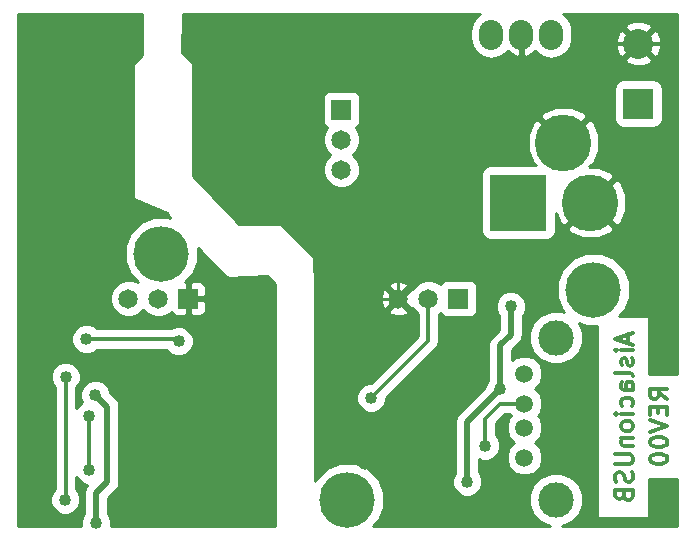
<source format=gbr>
G04 #@! TF.FileFunction,Copper,L2,Bot,Signal*
%FSLAX46Y46*%
G04 Gerber Fmt 4.6, Leading zero omitted, Abs format (unit mm)*
G04 Created by KiCad (PCBNEW 4.0.2-stable) date 25/07/2016 02:37:25 p.m.*
%MOMM*%
G01*
G04 APERTURE LIST*
%ADD10C,0.100000*%
%ADD11C,0.375000*%
%ADD12C,4.800600*%
%ADD13R,4.800600X4.800600*%
%ADD14C,1.501140*%
%ADD15C,2.999740*%
%ADD16R,2.540000X2.540000*%
%ADD17C,2.540000*%
%ADD18O,2.032000X2.540000*%
%ADD19R,1.651000X1.651000*%
%ADD20C,1.651000*%
%ADD21C,4.700000*%
%ADD22C,1.016000*%
%ADD23C,0.304800*%
%ADD24C,0.508000*%
%ADD25C,0.254000*%
G04 APERTURE END LIST*
D10*
D11*
X166286571Y-109347287D02*
X165572286Y-108847287D01*
X166286571Y-108490144D02*
X164786571Y-108490144D01*
X164786571Y-109061572D01*
X164858000Y-109204430D01*
X164929429Y-109275858D01*
X165072286Y-109347287D01*
X165286571Y-109347287D01*
X165429429Y-109275858D01*
X165500857Y-109204430D01*
X165572286Y-109061572D01*
X165572286Y-108490144D01*
X165500857Y-109990144D02*
X165500857Y-110490144D01*
X166286571Y-110704430D02*
X166286571Y-109990144D01*
X164786571Y-109990144D01*
X164786571Y-110704430D01*
X164786571Y-111133001D02*
X166286571Y-111633001D01*
X164786571Y-112133001D01*
X164786571Y-112918715D02*
X164786571Y-113061572D01*
X164858000Y-113204429D01*
X164929429Y-113275858D01*
X165072286Y-113347287D01*
X165358000Y-113418715D01*
X165715143Y-113418715D01*
X166000857Y-113347287D01*
X166143714Y-113275858D01*
X166215143Y-113204429D01*
X166286571Y-113061572D01*
X166286571Y-112918715D01*
X166215143Y-112775858D01*
X166143714Y-112704429D01*
X166000857Y-112633001D01*
X165715143Y-112561572D01*
X165358000Y-112561572D01*
X165072286Y-112633001D01*
X164929429Y-112704429D01*
X164858000Y-112775858D01*
X164786571Y-112918715D01*
X164786571Y-114347286D02*
X164786571Y-114490143D01*
X164858000Y-114633000D01*
X164929429Y-114704429D01*
X165072286Y-114775858D01*
X165358000Y-114847286D01*
X165715143Y-114847286D01*
X166000857Y-114775858D01*
X166143714Y-114704429D01*
X166215143Y-114633000D01*
X166286571Y-114490143D01*
X166286571Y-114347286D01*
X166215143Y-114204429D01*
X166143714Y-114133000D01*
X166000857Y-114061572D01*
X165715143Y-113990143D01*
X165358000Y-113990143D01*
X165072286Y-114061572D01*
X164929429Y-114133000D01*
X164858000Y-114204429D01*
X164786571Y-114347286D01*
X162937000Y-103871000D02*
X162937000Y-104585286D01*
X163365571Y-103728143D02*
X161865571Y-104228143D01*
X163365571Y-104728143D01*
X163365571Y-105228143D02*
X162365571Y-105228143D01*
X161865571Y-105228143D02*
X161937000Y-105156714D01*
X162008429Y-105228143D01*
X161937000Y-105299571D01*
X161865571Y-105228143D01*
X162008429Y-105228143D01*
X163294143Y-105871000D02*
X163365571Y-106013857D01*
X163365571Y-106299572D01*
X163294143Y-106442429D01*
X163151286Y-106513857D01*
X163079857Y-106513857D01*
X162937000Y-106442429D01*
X162865571Y-106299572D01*
X162865571Y-106085286D01*
X162794143Y-105942429D01*
X162651286Y-105871000D01*
X162579857Y-105871000D01*
X162437000Y-105942429D01*
X162365571Y-106085286D01*
X162365571Y-106299572D01*
X162437000Y-106442429D01*
X163365571Y-107371001D02*
X163294143Y-107228143D01*
X163151286Y-107156715D01*
X161865571Y-107156715D01*
X163365571Y-108585286D02*
X162579857Y-108585286D01*
X162437000Y-108513857D01*
X162365571Y-108371000D01*
X162365571Y-108085286D01*
X162437000Y-107942429D01*
X163294143Y-108585286D02*
X163365571Y-108442429D01*
X163365571Y-108085286D01*
X163294143Y-107942429D01*
X163151286Y-107871000D01*
X163008429Y-107871000D01*
X162865571Y-107942429D01*
X162794143Y-108085286D01*
X162794143Y-108442429D01*
X162722714Y-108585286D01*
X163294143Y-109942429D02*
X163365571Y-109799572D01*
X163365571Y-109513858D01*
X163294143Y-109371000D01*
X163222714Y-109299572D01*
X163079857Y-109228143D01*
X162651286Y-109228143D01*
X162508429Y-109299572D01*
X162437000Y-109371000D01*
X162365571Y-109513858D01*
X162365571Y-109799572D01*
X162437000Y-109942429D01*
X163365571Y-110585286D02*
X162365571Y-110585286D01*
X161865571Y-110585286D02*
X161937000Y-110513857D01*
X162008429Y-110585286D01*
X161937000Y-110656714D01*
X161865571Y-110585286D01*
X162008429Y-110585286D01*
X163365571Y-111513858D02*
X163294143Y-111371000D01*
X163222714Y-111299572D01*
X163079857Y-111228143D01*
X162651286Y-111228143D01*
X162508429Y-111299572D01*
X162437000Y-111371000D01*
X162365571Y-111513858D01*
X162365571Y-111728143D01*
X162437000Y-111871000D01*
X162508429Y-111942429D01*
X162651286Y-112013858D01*
X163079857Y-112013858D01*
X163222714Y-111942429D01*
X163294143Y-111871000D01*
X163365571Y-111728143D01*
X163365571Y-111513858D01*
X162365571Y-112656715D02*
X163365571Y-112656715D01*
X162508429Y-112656715D02*
X162437000Y-112728143D01*
X162365571Y-112871001D01*
X162365571Y-113085286D01*
X162437000Y-113228143D01*
X162579857Y-113299572D01*
X163365571Y-113299572D01*
X161865571Y-114013858D02*
X163079857Y-114013858D01*
X163222714Y-114085286D01*
X163294143Y-114156715D01*
X163365571Y-114299572D01*
X163365571Y-114585286D01*
X163294143Y-114728144D01*
X163222714Y-114799572D01*
X163079857Y-114871001D01*
X161865571Y-114871001D01*
X163294143Y-115513858D02*
X163365571Y-115728144D01*
X163365571Y-116085287D01*
X163294143Y-116228144D01*
X163222714Y-116299573D01*
X163079857Y-116371001D01*
X162937000Y-116371001D01*
X162794143Y-116299573D01*
X162722714Y-116228144D01*
X162651286Y-116085287D01*
X162579857Y-115799573D01*
X162508429Y-115656715D01*
X162437000Y-115585287D01*
X162294143Y-115513858D01*
X162151286Y-115513858D01*
X162008429Y-115585287D01*
X161937000Y-115656715D01*
X161865571Y-115799573D01*
X161865571Y-116156715D01*
X161937000Y-116371001D01*
X162579857Y-117513858D02*
X162651286Y-117728144D01*
X162722714Y-117799572D01*
X162865571Y-117871001D01*
X163079857Y-117871001D01*
X163222714Y-117799572D01*
X163294143Y-117728144D01*
X163365571Y-117585286D01*
X163365571Y-117013858D01*
X161865571Y-117013858D01*
X161865571Y-117513858D01*
X161937000Y-117656715D01*
X162008429Y-117728144D01*
X162151286Y-117799572D01*
X162294143Y-117799572D01*
X162437000Y-117728144D01*
X162508429Y-117656715D01*
X162579857Y-117513858D01*
X162579857Y-117013858D01*
D12*
X159766000Y-92710000D03*
D13*
X153670000Y-92710000D03*
D12*
X157480000Y-87630000D03*
D14*
X154175880Y-107187140D03*
X154175880Y-109727140D03*
X154175880Y-111759140D03*
X154175880Y-114299140D03*
D15*
X156842880Y-104139140D03*
X156842880Y-117855140D03*
D16*
X163830000Y-84328000D03*
D17*
X163830000Y-79248000D03*
D18*
X153924000Y-78486000D03*
X151384000Y-78486000D03*
X156464000Y-78486000D03*
D19*
X138684000Y-84836000D03*
D20*
X138684000Y-87376000D03*
X138684000Y-89916000D03*
D19*
X125730000Y-100838000D03*
D20*
X123190000Y-100838000D03*
X120650000Y-100838000D03*
D19*
X148590000Y-100838000D03*
D20*
X146050000Y-100838000D03*
X143510000Y-100838000D03*
D21*
X123444000Y-97028000D03*
X139192000Y-117856000D03*
X160020000Y-100076000D03*
D22*
X124902000Y-104460000D03*
X117094000Y-104267000D03*
X117856000Y-108966000D03*
X117897000Y-119847000D03*
X119126000Y-92837000D03*
X117602000Y-92837000D03*
X112014000Y-77978000D03*
X112014000Y-79375000D03*
X112014000Y-80899000D03*
X112014000Y-82423000D03*
X114554000Y-90805000D03*
X116332000Y-92837000D03*
X112014000Y-86995000D03*
X112014000Y-88519000D03*
X112014000Y-84074000D03*
X112014000Y-85598000D03*
X116332000Y-94234000D03*
X114234000Y-103952000D03*
X151130000Y-103886000D03*
X141986000Y-83439000D03*
X134112000Y-82931000D03*
X134112000Y-81661000D03*
X133858000Y-93472000D03*
X147193000Y-95250000D03*
X145542000Y-96774000D03*
X141986000Y-80899000D03*
X141986000Y-82169000D03*
X129921000Y-92964000D03*
X135128000Y-91948000D03*
X137541000Y-95758000D03*
X140716000Y-114808000D03*
X142748000Y-104648000D03*
X137520000Y-97282000D03*
X133858000Y-91948000D03*
X134112000Y-84328000D03*
X115316000Y-117856000D03*
X115326000Y-107452000D03*
X117348000Y-115316000D03*
X117348000Y-110744000D03*
X141224000Y-109220000D03*
X150876000Y-113284000D03*
X153035000Y-101473000D03*
X152146000Y-108458000D03*
X149352000Y-116332000D03*
D23*
X117094000Y-104267000D02*
X124714000Y-104267000D01*
X124714000Y-104267000D02*
X124902000Y-104455000D01*
X124902000Y-104455000D02*
X124902000Y-104460000D01*
D24*
X118364000Y-116840000D02*
X118872000Y-116332000D01*
X118872000Y-109982000D02*
X117856000Y-108966000D01*
X118872000Y-116332000D02*
X118872000Y-109982000D01*
X117897000Y-119847000D02*
X117897000Y-117307000D01*
X117897000Y-117307000D02*
X118364000Y-116840000D01*
D23*
X112014000Y-88519000D02*
X112014000Y-77978000D01*
X120777000Y-94488000D02*
X119126000Y-92837000D01*
D25*
X116332000Y-92837000D02*
X117602000Y-92837000D01*
X112014000Y-80899000D02*
X112014000Y-79375000D01*
X112014000Y-84074000D02*
X112014000Y-82423000D01*
X112014000Y-85598000D02*
X112014000Y-89916000D01*
X112014000Y-89916000D02*
X116332000Y-94234000D01*
X114300000Y-103378000D02*
X114046000Y-103632000D01*
X114046000Y-104140000D02*
X114046000Y-103632000D01*
X114046000Y-104140000D02*
X114234000Y-103952000D01*
X151130000Y-103886000D02*
X151130000Y-99695000D01*
X151130000Y-99695000D02*
X151130000Y-99060000D01*
X151130000Y-99060000D02*
X150114000Y-98044000D01*
X150114000Y-98044000D02*
X144272000Y-98044000D01*
D23*
X134112000Y-84328000D02*
X134112000Y-91694000D01*
X134112000Y-91694000D02*
X133858000Y-91948000D01*
X141986000Y-80899000D02*
X140589000Y-82296000D01*
X140589000Y-82296000D02*
X136144000Y-82296000D01*
X136144000Y-82296000D02*
X134112000Y-84328000D01*
X141986000Y-83439000D02*
X141986000Y-82169000D01*
X165989000Y-86487000D02*
X159766000Y-92710000D01*
X166624000Y-81153000D02*
X166624000Y-85852000D01*
X166624000Y-85852000D02*
X165989000Y-86487000D01*
X166624000Y-81407000D02*
X166624000Y-81153000D01*
X163830000Y-79248000D02*
X165626051Y-79248000D01*
X165626051Y-79248000D02*
X166624000Y-80245949D01*
X166624000Y-80245949D02*
X166624000Y-81153000D01*
X160782000Y-79248000D02*
X163830000Y-79248000D01*
X155448000Y-82042000D02*
X157988000Y-82042000D01*
X157988000Y-82042000D02*
X160782000Y-79248000D01*
X153924000Y-78486000D02*
X153924000Y-80518000D01*
X153924000Y-80518000D02*
X155448000Y-82042000D01*
D25*
X166624000Y-81407000D02*
X166624000Y-85852000D01*
X166624000Y-81280000D02*
X166624000Y-81407000D01*
X134112000Y-81661000D02*
X134112000Y-82931000D01*
X134112000Y-82931000D02*
X134112000Y-84328000D01*
X133858000Y-91948000D02*
X133858000Y-93472000D01*
X142748000Y-104648000D02*
X142748000Y-101600000D01*
X142748000Y-101600000D02*
X143510000Y-100838000D01*
X143510000Y-98806000D02*
X143510000Y-100838000D01*
X144272000Y-98044000D02*
X143510000Y-98806000D01*
X137414000Y-97282000D02*
X137520000Y-97282000D01*
X143510000Y-100838000D02*
X139700000Y-100838000D01*
X137414000Y-98552000D02*
X137414000Y-97282000D01*
X139700000Y-100838000D02*
X137414000Y-98552000D01*
X163830000Y-79248000D02*
X164592000Y-79248000D01*
D23*
X115326000Y-107452000D02*
X115326000Y-117846000D01*
X115326000Y-117846000D02*
X115316000Y-117856000D01*
X117348000Y-110744000D02*
X117348000Y-115316000D01*
X146050000Y-104394000D02*
X146050000Y-100838000D01*
X146050000Y-104394000D02*
X141224000Y-109220000D01*
X152146000Y-109727140D02*
X154175880Y-109727140D01*
X150876000Y-113284000D02*
X150876000Y-110997140D01*
X150876000Y-110997140D02*
X152146000Y-109727140D01*
D24*
X152146000Y-108458000D02*
X152146000Y-104775000D01*
X152146000Y-104775000D02*
X153035000Y-103886000D01*
X153035000Y-101473000D02*
X153035000Y-103886000D01*
X149352000Y-116332000D02*
X149352000Y-111252000D01*
X149352000Y-111252000D02*
X152146000Y-108458000D01*
D25*
X152146000Y-108458000D02*
X149352000Y-111252000D01*
G36*
X150126764Y-76934955D02*
X149741342Y-77511780D01*
X149606000Y-78192191D01*
X149606000Y-78779809D01*
X149741342Y-79460220D01*
X150126764Y-80037045D01*
X150703589Y-80422467D01*
X151384000Y-80557809D01*
X152064411Y-80422467D01*
X152641236Y-80037045D01*
X152749900Y-79874418D01*
X152846370Y-79997236D01*
X153409523Y-80313926D01*
X153541056Y-80345975D01*
X153797000Y-80226836D01*
X153797000Y-78613000D01*
X153777000Y-78613000D01*
X153777000Y-78359000D01*
X153797000Y-78359000D01*
X153797000Y-78339000D01*
X154051000Y-78339000D01*
X154051000Y-78359000D01*
X154071000Y-78359000D01*
X154071000Y-78613000D01*
X154051000Y-78613000D01*
X154051000Y-80226836D01*
X154306944Y-80345975D01*
X154438477Y-80313926D01*
X155001630Y-79997236D01*
X155098100Y-79874418D01*
X155206764Y-80037045D01*
X155783589Y-80422467D01*
X156464000Y-80557809D01*
X157144411Y-80422467D01*
X157721236Y-80037045D01*
X158106658Y-79460220D01*
X158214306Y-78919036D01*
X161915739Y-78919036D01*
X161935564Y-79676632D01*
X162187343Y-80284480D01*
X162482223Y-80416172D01*
X163650395Y-79248000D01*
X164009605Y-79248000D01*
X165177777Y-80416172D01*
X165472657Y-80284480D01*
X165744261Y-79576964D01*
X165724436Y-78819368D01*
X165472657Y-78211520D01*
X165177777Y-78079828D01*
X164009605Y-79248000D01*
X163650395Y-79248000D01*
X162482223Y-78079828D01*
X162187343Y-78211520D01*
X161915739Y-78919036D01*
X158214306Y-78919036D01*
X158242000Y-78779809D01*
X158242000Y-78192191D01*
X158183925Y-77900223D01*
X162661828Y-77900223D01*
X163830000Y-79068395D01*
X164998172Y-77900223D01*
X164866480Y-77605343D01*
X164158964Y-77333739D01*
X163401368Y-77353564D01*
X162793520Y-77605343D01*
X162661828Y-77900223D01*
X158183925Y-77900223D01*
X158106658Y-77511780D01*
X157721236Y-76934955D01*
X157456404Y-76758000D01*
X167082000Y-76758000D01*
X167082000Y-107183500D01*
X164686500Y-107183500D01*
X164686500Y-102314357D01*
X162182612Y-102314357D01*
X162656687Y-101841108D01*
X163131459Y-100697731D01*
X163132539Y-99459701D01*
X162659764Y-98315496D01*
X161785108Y-97439313D01*
X160641731Y-96964541D01*
X159403701Y-96963461D01*
X158259496Y-97436236D01*
X157383313Y-98310892D01*
X156908541Y-99454269D01*
X156907461Y-100692299D01*
X157380236Y-101836504D01*
X157510922Y-101967418D01*
X157294768Y-101877663D01*
X156394940Y-101876878D01*
X155563307Y-102220502D01*
X154926478Y-102856221D01*
X154581403Y-103687252D01*
X154580618Y-104587080D01*
X154924242Y-105418713D01*
X155559961Y-106055542D01*
X156390992Y-106400617D01*
X157290820Y-106401402D01*
X158122453Y-106057778D01*
X158759282Y-105422059D01*
X159104357Y-104591028D01*
X159105142Y-103691200D01*
X158793185Y-102936206D01*
X159398269Y-103187459D01*
X160312500Y-103188257D01*
X160312500Y-119427643D01*
X164686500Y-119427643D01*
X164686500Y-116082499D01*
X167082000Y-116082499D01*
X167082000Y-120092000D01*
X157352297Y-120092000D01*
X158122453Y-119773778D01*
X158759282Y-119138059D01*
X159104357Y-118307028D01*
X159105142Y-117407200D01*
X158761518Y-116575567D01*
X158125799Y-115938738D01*
X157294768Y-115593663D01*
X156394940Y-115592878D01*
X155563307Y-115936502D01*
X154926478Y-116572221D01*
X154581403Y-117403252D01*
X154580618Y-118303080D01*
X154924242Y-119134713D01*
X155559961Y-119771542D01*
X156331708Y-120092000D01*
X141356973Y-120092000D01*
X141828687Y-119621108D01*
X142303459Y-118477731D01*
X142304539Y-117239701D01*
X142033407Y-116583510D01*
X148081780Y-116583510D01*
X148274718Y-117050458D01*
X148631663Y-117408026D01*
X149098273Y-117601779D01*
X149603510Y-117602220D01*
X150070458Y-117409282D01*
X150428026Y-117052337D01*
X150621779Y-116585727D01*
X150622220Y-116080490D01*
X150429282Y-115613542D01*
X150368000Y-115552153D01*
X150368000Y-114448196D01*
X150622273Y-114553779D01*
X151127510Y-114554220D01*
X151594458Y-114361282D01*
X151952026Y-114004337D01*
X152145779Y-113537727D01*
X152146220Y-113032490D01*
X151953282Y-112565542D01*
X151790400Y-112402376D01*
X151790400Y-111375896D01*
X152524757Y-110641540D01*
X152951453Y-110641540D01*
X153052782Y-110743046D01*
X152894333Y-110901219D01*
X152663573Y-111456951D01*
X152663048Y-112058689D01*
X152892838Y-112614823D01*
X153306782Y-113029490D01*
X152894333Y-113441219D01*
X152663573Y-113996951D01*
X152663048Y-114598689D01*
X152892838Y-115154823D01*
X153317959Y-115580687D01*
X153873691Y-115811447D01*
X154475429Y-115811972D01*
X155031563Y-115582182D01*
X155457427Y-115157061D01*
X155688187Y-114601329D01*
X155688712Y-113999591D01*
X155458922Y-113443457D01*
X155044978Y-113028790D01*
X155457427Y-112617061D01*
X155688187Y-112061329D01*
X155688712Y-111459591D01*
X155458922Y-110903457D01*
X155298978Y-110743234D01*
X155457427Y-110585061D01*
X155688187Y-110029329D01*
X155688712Y-109427591D01*
X155458922Y-108871457D01*
X155044978Y-108456790D01*
X155457427Y-108045061D01*
X155688187Y-107489329D01*
X155688712Y-106887591D01*
X155458922Y-106331457D01*
X155033801Y-105905593D01*
X154478069Y-105674833D01*
X153876331Y-105674308D01*
X153320197Y-105904098D01*
X153162000Y-106062019D01*
X153162000Y-105195840D01*
X153753421Y-104604420D01*
X153973662Y-104274807D01*
X154007423Y-104105075D01*
X154051000Y-103886000D01*
X154051000Y-102253258D01*
X154111026Y-102193337D01*
X154304779Y-101726727D01*
X154305220Y-101221490D01*
X154112282Y-100754542D01*
X153755337Y-100396974D01*
X153288727Y-100203221D01*
X152783490Y-100202780D01*
X152316542Y-100395718D01*
X151958974Y-100752663D01*
X151765221Y-101219273D01*
X151764780Y-101724510D01*
X151957718Y-102191458D01*
X152019000Y-102252847D01*
X152019000Y-103465159D01*
X151427580Y-104056580D01*
X151207338Y-104386193D01*
X151207338Y-104386194D01*
X151130000Y-104775000D01*
X151130000Y-107677742D01*
X151069974Y-107737663D01*
X150876221Y-108204273D01*
X150876145Y-108291014D01*
X148633580Y-110533580D01*
X148413338Y-110863193D01*
X148413338Y-110863194D01*
X148336000Y-111252000D01*
X148336000Y-115551742D01*
X148275974Y-115611663D01*
X148082221Y-116078273D01*
X148081780Y-116583510D01*
X142033407Y-116583510D01*
X141831764Y-116095496D01*
X140957108Y-115219313D01*
X139813731Y-114744541D01*
X138575701Y-114743461D01*
X137431496Y-115216236D01*
X136555313Y-116090892D01*
X136483320Y-116264271D01*
X136452584Y-109471510D01*
X139953780Y-109471510D01*
X140146718Y-109938458D01*
X140503663Y-110296026D01*
X140970273Y-110489779D01*
X141475510Y-110490220D01*
X141942458Y-110297282D01*
X142300026Y-109940337D01*
X142493779Y-109473727D01*
X142493980Y-109243176D01*
X146696579Y-105040578D01*
X146894796Y-104743925D01*
X146964400Y-104394000D01*
X146964400Y-102168302D01*
X147098007Y-102034929D01*
X147207592Y-102205229D01*
X147462231Y-102379217D01*
X147764500Y-102440428D01*
X149415500Y-102440428D01*
X149697880Y-102387295D01*
X149957229Y-102220408D01*
X150131217Y-101965769D01*
X150192428Y-101663500D01*
X150192428Y-100012500D01*
X150139295Y-99730120D01*
X149972408Y-99470771D01*
X149717769Y-99296783D01*
X149415500Y-99235572D01*
X147764500Y-99235572D01*
X147482120Y-99288705D01*
X147222771Y-99455592D01*
X147096943Y-99639746D01*
X146950421Y-99492968D01*
X146367159Y-99250776D01*
X145735612Y-99250225D01*
X145151928Y-99491398D01*
X144704968Y-99937579D01*
X144665898Y-100031670D01*
X144536215Y-99991390D01*
X143689605Y-100838000D01*
X144536215Y-101684610D01*
X144665537Y-101644442D01*
X144703398Y-101736072D01*
X145135600Y-102169029D01*
X145135600Y-104015243D01*
X141200865Y-107949979D01*
X140972490Y-107949780D01*
X140505542Y-108142718D01*
X140147974Y-108499663D01*
X139954221Y-108966273D01*
X139953780Y-109471510D01*
X136452584Y-109471510D01*
X136418162Y-101864215D01*
X142663390Y-101864215D01*
X142740656Y-102112976D01*
X143287131Y-102310340D01*
X143867535Y-102283553D01*
X144279344Y-102112976D01*
X144356610Y-101864215D01*
X143510000Y-101017605D01*
X142663390Y-101864215D01*
X136418162Y-101864215D01*
X136412510Y-100615131D01*
X142037660Y-100615131D01*
X142064447Y-101195535D01*
X142235024Y-101607344D01*
X142483785Y-101684610D01*
X143330395Y-100838000D01*
X142483785Y-99991390D01*
X142235024Y-100068656D01*
X142037660Y-100615131D01*
X136412510Y-100615131D01*
X136408875Y-99811785D01*
X142663390Y-99811785D01*
X143510000Y-100658395D01*
X144356610Y-99811785D01*
X144279344Y-99563024D01*
X143732869Y-99365660D01*
X143152465Y-99392447D01*
X142740656Y-99563024D01*
X142663390Y-99811785D01*
X136408875Y-99811785D01*
X136397999Y-97408425D01*
X136387769Y-97359061D01*
X136360803Y-97319197D01*
X133566803Y-94525197D01*
X133524789Y-94497334D01*
X133477000Y-94488000D01*
X129974790Y-94488000D01*
X126111000Y-90499571D01*
X126111000Y-84010500D01*
X137081572Y-84010500D01*
X137081572Y-85661500D01*
X137134705Y-85943880D01*
X137301592Y-86203229D01*
X137485746Y-86329057D01*
X137338968Y-86475579D01*
X137096776Y-87058841D01*
X137096225Y-87690388D01*
X137337398Y-88274072D01*
X137708935Y-88646257D01*
X137338968Y-89015579D01*
X137096776Y-89598841D01*
X137096225Y-90230388D01*
X137337398Y-90814072D01*
X137783579Y-91261032D01*
X138366841Y-91503224D01*
X138998388Y-91503775D01*
X139582072Y-91262602D01*
X140029032Y-90816421D01*
X140239441Y-90309700D01*
X150492772Y-90309700D01*
X150492772Y-95110300D01*
X150545905Y-95392680D01*
X150712792Y-95652029D01*
X150967431Y-95826017D01*
X151269700Y-95887228D01*
X156070300Y-95887228D01*
X156352680Y-95834095D01*
X156612029Y-95667208D01*
X156786017Y-95412569D01*
X156847228Y-95110300D01*
X156847228Y-94873936D01*
X157781670Y-94873936D01*
X158051221Y-95286257D01*
X159167642Y-95746369D01*
X160375157Y-95744221D01*
X161480779Y-95286257D01*
X161750330Y-94873936D01*
X159766000Y-92889605D01*
X157781670Y-94873936D01*
X156847228Y-94873936D01*
X156847228Y-93597875D01*
X157189743Y-94424779D01*
X157602064Y-94694330D01*
X159586395Y-92710000D01*
X159945605Y-92710000D01*
X161929936Y-94694330D01*
X162342257Y-94424779D01*
X162802369Y-93308358D01*
X162800221Y-92100843D01*
X162342257Y-90995221D01*
X161929936Y-90725670D01*
X159945605Y-92710000D01*
X159586395Y-92710000D01*
X159572252Y-92695858D01*
X159751858Y-92516252D01*
X159766000Y-92530395D01*
X161750330Y-90546064D01*
X161480779Y-90133743D01*
X160364358Y-89673631D01*
X159704413Y-89674805D01*
X159643937Y-89614329D01*
X160056257Y-89344779D01*
X160516369Y-88228358D01*
X160514221Y-87020843D01*
X160056257Y-85915221D01*
X159643936Y-85645670D01*
X157659605Y-87630000D01*
X157673748Y-87644142D01*
X157494142Y-87823748D01*
X157480000Y-87809605D01*
X157465858Y-87823748D01*
X157286252Y-87644142D01*
X157300395Y-87630000D01*
X155316064Y-85645670D01*
X154903743Y-85915221D01*
X154443631Y-87031642D01*
X154445779Y-88239157D01*
X154903743Y-89344779D01*
X155191308Y-89532772D01*
X151269700Y-89532772D01*
X150987320Y-89585905D01*
X150727971Y-89752792D01*
X150553983Y-90007431D01*
X150492772Y-90309700D01*
X140239441Y-90309700D01*
X140271224Y-90233159D01*
X140271775Y-89601612D01*
X140030602Y-89017928D01*
X139659065Y-88645743D01*
X140029032Y-88276421D01*
X140271224Y-87693159D01*
X140271775Y-87061612D01*
X140030602Y-86477928D01*
X139880929Y-86327993D01*
X140051229Y-86218408D01*
X140225217Y-85963769D01*
X140286428Y-85661500D01*
X140286428Y-85466064D01*
X155495670Y-85466064D01*
X157480000Y-87450395D01*
X159464330Y-85466064D01*
X159194779Y-85053743D01*
X158078358Y-84593631D01*
X156870843Y-84595779D01*
X155765221Y-85053743D01*
X155495670Y-85466064D01*
X140286428Y-85466064D01*
X140286428Y-84010500D01*
X140233295Y-83728120D01*
X140066408Y-83468771D01*
X139811769Y-83294783D01*
X139509500Y-83233572D01*
X137858500Y-83233572D01*
X137576120Y-83286705D01*
X137316771Y-83453592D01*
X137142783Y-83708231D01*
X137081572Y-84010500D01*
X126111000Y-84010500D01*
X126111000Y-83058000D01*
X161783072Y-83058000D01*
X161783072Y-85598000D01*
X161836205Y-85880380D01*
X162003092Y-86139729D01*
X162257731Y-86313717D01*
X162560000Y-86374928D01*
X165100000Y-86374928D01*
X165382380Y-86321795D01*
X165641729Y-86154908D01*
X165815717Y-85900269D01*
X165876928Y-85598000D01*
X165876928Y-83058000D01*
X165823795Y-82775620D01*
X165656908Y-82516271D01*
X165402269Y-82342283D01*
X165100000Y-82281072D01*
X162560000Y-82281072D01*
X162277620Y-82334205D01*
X162018271Y-82501092D01*
X161844283Y-82755731D01*
X161783072Y-83058000D01*
X126111000Y-83058000D01*
X126111000Y-81026000D01*
X126100994Y-80976590D01*
X126073803Y-80936197D01*
X125733383Y-80595777D01*
X162661828Y-80595777D01*
X162793520Y-80890657D01*
X163501036Y-81162261D01*
X164258632Y-81142436D01*
X164866480Y-80890657D01*
X164998172Y-80595777D01*
X163830000Y-79427605D01*
X162661828Y-80595777D01*
X125733383Y-80595777D01*
X125222567Y-80084961D01*
X125258341Y-76758000D01*
X150391596Y-76758000D01*
X150126764Y-76934955D01*
X150126764Y-76934955D01*
G37*
X150126764Y-76934955D02*
X149741342Y-77511780D01*
X149606000Y-78192191D01*
X149606000Y-78779809D01*
X149741342Y-79460220D01*
X150126764Y-80037045D01*
X150703589Y-80422467D01*
X151384000Y-80557809D01*
X152064411Y-80422467D01*
X152641236Y-80037045D01*
X152749900Y-79874418D01*
X152846370Y-79997236D01*
X153409523Y-80313926D01*
X153541056Y-80345975D01*
X153797000Y-80226836D01*
X153797000Y-78613000D01*
X153777000Y-78613000D01*
X153777000Y-78359000D01*
X153797000Y-78359000D01*
X153797000Y-78339000D01*
X154051000Y-78339000D01*
X154051000Y-78359000D01*
X154071000Y-78359000D01*
X154071000Y-78613000D01*
X154051000Y-78613000D01*
X154051000Y-80226836D01*
X154306944Y-80345975D01*
X154438477Y-80313926D01*
X155001630Y-79997236D01*
X155098100Y-79874418D01*
X155206764Y-80037045D01*
X155783589Y-80422467D01*
X156464000Y-80557809D01*
X157144411Y-80422467D01*
X157721236Y-80037045D01*
X158106658Y-79460220D01*
X158214306Y-78919036D01*
X161915739Y-78919036D01*
X161935564Y-79676632D01*
X162187343Y-80284480D01*
X162482223Y-80416172D01*
X163650395Y-79248000D01*
X164009605Y-79248000D01*
X165177777Y-80416172D01*
X165472657Y-80284480D01*
X165744261Y-79576964D01*
X165724436Y-78819368D01*
X165472657Y-78211520D01*
X165177777Y-78079828D01*
X164009605Y-79248000D01*
X163650395Y-79248000D01*
X162482223Y-78079828D01*
X162187343Y-78211520D01*
X161915739Y-78919036D01*
X158214306Y-78919036D01*
X158242000Y-78779809D01*
X158242000Y-78192191D01*
X158183925Y-77900223D01*
X162661828Y-77900223D01*
X163830000Y-79068395D01*
X164998172Y-77900223D01*
X164866480Y-77605343D01*
X164158964Y-77333739D01*
X163401368Y-77353564D01*
X162793520Y-77605343D01*
X162661828Y-77900223D01*
X158183925Y-77900223D01*
X158106658Y-77511780D01*
X157721236Y-76934955D01*
X157456404Y-76758000D01*
X167082000Y-76758000D01*
X167082000Y-107183500D01*
X164686500Y-107183500D01*
X164686500Y-102314357D01*
X162182612Y-102314357D01*
X162656687Y-101841108D01*
X163131459Y-100697731D01*
X163132539Y-99459701D01*
X162659764Y-98315496D01*
X161785108Y-97439313D01*
X160641731Y-96964541D01*
X159403701Y-96963461D01*
X158259496Y-97436236D01*
X157383313Y-98310892D01*
X156908541Y-99454269D01*
X156907461Y-100692299D01*
X157380236Y-101836504D01*
X157510922Y-101967418D01*
X157294768Y-101877663D01*
X156394940Y-101876878D01*
X155563307Y-102220502D01*
X154926478Y-102856221D01*
X154581403Y-103687252D01*
X154580618Y-104587080D01*
X154924242Y-105418713D01*
X155559961Y-106055542D01*
X156390992Y-106400617D01*
X157290820Y-106401402D01*
X158122453Y-106057778D01*
X158759282Y-105422059D01*
X159104357Y-104591028D01*
X159105142Y-103691200D01*
X158793185Y-102936206D01*
X159398269Y-103187459D01*
X160312500Y-103188257D01*
X160312500Y-119427643D01*
X164686500Y-119427643D01*
X164686500Y-116082499D01*
X167082000Y-116082499D01*
X167082000Y-120092000D01*
X157352297Y-120092000D01*
X158122453Y-119773778D01*
X158759282Y-119138059D01*
X159104357Y-118307028D01*
X159105142Y-117407200D01*
X158761518Y-116575567D01*
X158125799Y-115938738D01*
X157294768Y-115593663D01*
X156394940Y-115592878D01*
X155563307Y-115936502D01*
X154926478Y-116572221D01*
X154581403Y-117403252D01*
X154580618Y-118303080D01*
X154924242Y-119134713D01*
X155559961Y-119771542D01*
X156331708Y-120092000D01*
X141356973Y-120092000D01*
X141828687Y-119621108D01*
X142303459Y-118477731D01*
X142304539Y-117239701D01*
X142033407Y-116583510D01*
X148081780Y-116583510D01*
X148274718Y-117050458D01*
X148631663Y-117408026D01*
X149098273Y-117601779D01*
X149603510Y-117602220D01*
X150070458Y-117409282D01*
X150428026Y-117052337D01*
X150621779Y-116585727D01*
X150622220Y-116080490D01*
X150429282Y-115613542D01*
X150368000Y-115552153D01*
X150368000Y-114448196D01*
X150622273Y-114553779D01*
X151127510Y-114554220D01*
X151594458Y-114361282D01*
X151952026Y-114004337D01*
X152145779Y-113537727D01*
X152146220Y-113032490D01*
X151953282Y-112565542D01*
X151790400Y-112402376D01*
X151790400Y-111375896D01*
X152524757Y-110641540D01*
X152951453Y-110641540D01*
X153052782Y-110743046D01*
X152894333Y-110901219D01*
X152663573Y-111456951D01*
X152663048Y-112058689D01*
X152892838Y-112614823D01*
X153306782Y-113029490D01*
X152894333Y-113441219D01*
X152663573Y-113996951D01*
X152663048Y-114598689D01*
X152892838Y-115154823D01*
X153317959Y-115580687D01*
X153873691Y-115811447D01*
X154475429Y-115811972D01*
X155031563Y-115582182D01*
X155457427Y-115157061D01*
X155688187Y-114601329D01*
X155688712Y-113999591D01*
X155458922Y-113443457D01*
X155044978Y-113028790D01*
X155457427Y-112617061D01*
X155688187Y-112061329D01*
X155688712Y-111459591D01*
X155458922Y-110903457D01*
X155298978Y-110743234D01*
X155457427Y-110585061D01*
X155688187Y-110029329D01*
X155688712Y-109427591D01*
X155458922Y-108871457D01*
X155044978Y-108456790D01*
X155457427Y-108045061D01*
X155688187Y-107489329D01*
X155688712Y-106887591D01*
X155458922Y-106331457D01*
X155033801Y-105905593D01*
X154478069Y-105674833D01*
X153876331Y-105674308D01*
X153320197Y-105904098D01*
X153162000Y-106062019D01*
X153162000Y-105195840D01*
X153753421Y-104604420D01*
X153973662Y-104274807D01*
X154007423Y-104105075D01*
X154051000Y-103886000D01*
X154051000Y-102253258D01*
X154111026Y-102193337D01*
X154304779Y-101726727D01*
X154305220Y-101221490D01*
X154112282Y-100754542D01*
X153755337Y-100396974D01*
X153288727Y-100203221D01*
X152783490Y-100202780D01*
X152316542Y-100395718D01*
X151958974Y-100752663D01*
X151765221Y-101219273D01*
X151764780Y-101724510D01*
X151957718Y-102191458D01*
X152019000Y-102252847D01*
X152019000Y-103465159D01*
X151427580Y-104056580D01*
X151207338Y-104386193D01*
X151207338Y-104386194D01*
X151130000Y-104775000D01*
X151130000Y-107677742D01*
X151069974Y-107737663D01*
X150876221Y-108204273D01*
X150876145Y-108291014D01*
X148633580Y-110533580D01*
X148413338Y-110863193D01*
X148413338Y-110863194D01*
X148336000Y-111252000D01*
X148336000Y-115551742D01*
X148275974Y-115611663D01*
X148082221Y-116078273D01*
X148081780Y-116583510D01*
X142033407Y-116583510D01*
X141831764Y-116095496D01*
X140957108Y-115219313D01*
X139813731Y-114744541D01*
X138575701Y-114743461D01*
X137431496Y-115216236D01*
X136555313Y-116090892D01*
X136483320Y-116264271D01*
X136452584Y-109471510D01*
X139953780Y-109471510D01*
X140146718Y-109938458D01*
X140503663Y-110296026D01*
X140970273Y-110489779D01*
X141475510Y-110490220D01*
X141942458Y-110297282D01*
X142300026Y-109940337D01*
X142493779Y-109473727D01*
X142493980Y-109243176D01*
X146696579Y-105040578D01*
X146894796Y-104743925D01*
X146964400Y-104394000D01*
X146964400Y-102168302D01*
X147098007Y-102034929D01*
X147207592Y-102205229D01*
X147462231Y-102379217D01*
X147764500Y-102440428D01*
X149415500Y-102440428D01*
X149697880Y-102387295D01*
X149957229Y-102220408D01*
X150131217Y-101965769D01*
X150192428Y-101663500D01*
X150192428Y-100012500D01*
X150139295Y-99730120D01*
X149972408Y-99470771D01*
X149717769Y-99296783D01*
X149415500Y-99235572D01*
X147764500Y-99235572D01*
X147482120Y-99288705D01*
X147222771Y-99455592D01*
X147096943Y-99639746D01*
X146950421Y-99492968D01*
X146367159Y-99250776D01*
X145735612Y-99250225D01*
X145151928Y-99491398D01*
X144704968Y-99937579D01*
X144665898Y-100031670D01*
X144536215Y-99991390D01*
X143689605Y-100838000D01*
X144536215Y-101684610D01*
X144665537Y-101644442D01*
X144703398Y-101736072D01*
X145135600Y-102169029D01*
X145135600Y-104015243D01*
X141200865Y-107949979D01*
X140972490Y-107949780D01*
X140505542Y-108142718D01*
X140147974Y-108499663D01*
X139954221Y-108966273D01*
X139953780Y-109471510D01*
X136452584Y-109471510D01*
X136418162Y-101864215D01*
X142663390Y-101864215D01*
X142740656Y-102112976D01*
X143287131Y-102310340D01*
X143867535Y-102283553D01*
X144279344Y-102112976D01*
X144356610Y-101864215D01*
X143510000Y-101017605D01*
X142663390Y-101864215D01*
X136418162Y-101864215D01*
X136412510Y-100615131D01*
X142037660Y-100615131D01*
X142064447Y-101195535D01*
X142235024Y-101607344D01*
X142483785Y-101684610D01*
X143330395Y-100838000D01*
X142483785Y-99991390D01*
X142235024Y-100068656D01*
X142037660Y-100615131D01*
X136412510Y-100615131D01*
X136408875Y-99811785D01*
X142663390Y-99811785D01*
X143510000Y-100658395D01*
X144356610Y-99811785D01*
X144279344Y-99563024D01*
X143732869Y-99365660D01*
X143152465Y-99392447D01*
X142740656Y-99563024D01*
X142663390Y-99811785D01*
X136408875Y-99811785D01*
X136397999Y-97408425D01*
X136387769Y-97359061D01*
X136360803Y-97319197D01*
X133566803Y-94525197D01*
X133524789Y-94497334D01*
X133477000Y-94488000D01*
X129974790Y-94488000D01*
X126111000Y-90499571D01*
X126111000Y-84010500D01*
X137081572Y-84010500D01*
X137081572Y-85661500D01*
X137134705Y-85943880D01*
X137301592Y-86203229D01*
X137485746Y-86329057D01*
X137338968Y-86475579D01*
X137096776Y-87058841D01*
X137096225Y-87690388D01*
X137337398Y-88274072D01*
X137708935Y-88646257D01*
X137338968Y-89015579D01*
X137096776Y-89598841D01*
X137096225Y-90230388D01*
X137337398Y-90814072D01*
X137783579Y-91261032D01*
X138366841Y-91503224D01*
X138998388Y-91503775D01*
X139582072Y-91262602D01*
X140029032Y-90816421D01*
X140239441Y-90309700D01*
X150492772Y-90309700D01*
X150492772Y-95110300D01*
X150545905Y-95392680D01*
X150712792Y-95652029D01*
X150967431Y-95826017D01*
X151269700Y-95887228D01*
X156070300Y-95887228D01*
X156352680Y-95834095D01*
X156612029Y-95667208D01*
X156786017Y-95412569D01*
X156847228Y-95110300D01*
X156847228Y-94873936D01*
X157781670Y-94873936D01*
X158051221Y-95286257D01*
X159167642Y-95746369D01*
X160375157Y-95744221D01*
X161480779Y-95286257D01*
X161750330Y-94873936D01*
X159766000Y-92889605D01*
X157781670Y-94873936D01*
X156847228Y-94873936D01*
X156847228Y-93597875D01*
X157189743Y-94424779D01*
X157602064Y-94694330D01*
X159586395Y-92710000D01*
X159945605Y-92710000D01*
X161929936Y-94694330D01*
X162342257Y-94424779D01*
X162802369Y-93308358D01*
X162800221Y-92100843D01*
X162342257Y-90995221D01*
X161929936Y-90725670D01*
X159945605Y-92710000D01*
X159586395Y-92710000D01*
X159572252Y-92695858D01*
X159751858Y-92516252D01*
X159766000Y-92530395D01*
X161750330Y-90546064D01*
X161480779Y-90133743D01*
X160364358Y-89673631D01*
X159704413Y-89674805D01*
X159643937Y-89614329D01*
X160056257Y-89344779D01*
X160516369Y-88228358D01*
X160514221Y-87020843D01*
X160056257Y-85915221D01*
X159643936Y-85645670D01*
X157659605Y-87630000D01*
X157673748Y-87644142D01*
X157494142Y-87823748D01*
X157480000Y-87809605D01*
X157465858Y-87823748D01*
X157286252Y-87644142D01*
X157300395Y-87630000D01*
X155316064Y-85645670D01*
X154903743Y-85915221D01*
X154443631Y-87031642D01*
X154445779Y-88239157D01*
X154903743Y-89344779D01*
X155191308Y-89532772D01*
X151269700Y-89532772D01*
X150987320Y-89585905D01*
X150727971Y-89752792D01*
X150553983Y-90007431D01*
X150492772Y-90309700D01*
X140239441Y-90309700D01*
X140271224Y-90233159D01*
X140271775Y-89601612D01*
X140030602Y-89017928D01*
X139659065Y-88645743D01*
X140029032Y-88276421D01*
X140271224Y-87693159D01*
X140271775Y-87061612D01*
X140030602Y-86477928D01*
X139880929Y-86327993D01*
X140051229Y-86218408D01*
X140225217Y-85963769D01*
X140286428Y-85661500D01*
X140286428Y-85466064D01*
X155495670Y-85466064D01*
X157480000Y-87450395D01*
X159464330Y-85466064D01*
X159194779Y-85053743D01*
X158078358Y-84593631D01*
X156870843Y-84595779D01*
X155765221Y-85053743D01*
X155495670Y-85466064D01*
X140286428Y-85466064D01*
X140286428Y-84010500D01*
X140233295Y-83728120D01*
X140066408Y-83468771D01*
X139811769Y-83294783D01*
X139509500Y-83233572D01*
X137858500Y-83233572D01*
X137576120Y-83286705D01*
X137316771Y-83453592D01*
X137142783Y-83708231D01*
X137081572Y-84010500D01*
X126111000Y-84010500D01*
X126111000Y-83058000D01*
X161783072Y-83058000D01*
X161783072Y-85598000D01*
X161836205Y-85880380D01*
X162003092Y-86139729D01*
X162257731Y-86313717D01*
X162560000Y-86374928D01*
X165100000Y-86374928D01*
X165382380Y-86321795D01*
X165641729Y-86154908D01*
X165815717Y-85900269D01*
X165876928Y-85598000D01*
X165876928Y-83058000D01*
X165823795Y-82775620D01*
X165656908Y-82516271D01*
X165402269Y-82342283D01*
X165100000Y-82281072D01*
X162560000Y-82281072D01*
X162277620Y-82334205D01*
X162018271Y-82501092D01*
X161844283Y-82755731D01*
X161783072Y-83058000D01*
X126111000Y-83058000D01*
X126111000Y-81026000D01*
X126100994Y-80976590D01*
X126073803Y-80936197D01*
X125733383Y-80595777D01*
X162661828Y-80595777D01*
X162793520Y-80890657D01*
X163501036Y-81162261D01*
X164258632Y-81142436D01*
X164866480Y-80890657D01*
X164998172Y-80595777D01*
X163830000Y-79427605D01*
X162661828Y-80595777D01*
X125733383Y-80595777D01*
X125222567Y-80084961D01*
X125258341Y-76758000D01*
X150391596Y-76758000D01*
X150126764Y-76934955D01*
G36*
X121792433Y-80211961D02*
X121068197Y-80936197D01*
X121040334Y-80978211D01*
X121031000Y-81026000D01*
X121031000Y-92329000D01*
X121041006Y-92378410D01*
X121069447Y-92420035D01*
X121109914Y-92446544D01*
X123874666Y-93577579D01*
X124205498Y-93974577D01*
X124065731Y-93916541D01*
X122827701Y-93915461D01*
X121683496Y-94388236D01*
X120807313Y-95262892D01*
X120332541Y-96406269D01*
X120331461Y-97644299D01*
X120804236Y-98788504D01*
X121477065Y-99462508D01*
X120967159Y-99250776D01*
X120335612Y-99250225D01*
X119751928Y-99491398D01*
X119304968Y-99937579D01*
X119062776Y-100520841D01*
X119062225Y-101152388D01*
X119303398Y-101736072D01*
X119749579Y-102183032D01*
X120332841Y-102425224D01*
X120964388Y-102425775D01*
X121548072Y-102184602D01*
X121920257Y-101813065D01*
X122289579Y-102183032D01*
X122872841Y-102425224D01*
X123504388Y-102425775D01*
X124088072Y-102184602D01*
X124332117Y-101940982D01*
X124366173Y-102023199D01*
X124544802Y-102201827D01*
X124778191Y-102298500D01*
X125444250Y-102298500D01*
X125603000Y-102139750D01*
X125603000Y-100965000D01*
X125857000Y-100965000D01*
X125857000Y-102139750D01*
X126015750Y-102298500D01*
X126681809Y-102298500D01*
X126915198Y-102201827D01*
X127093827Y-102023199D01*
X127190500Y-101789810D01*
X127190500Y-101123750D01*
X127031750Y-100965000D01*
X125857000Y-100965000D01*
X125603000Y-100965000D01*
X125583000Y-100965000D01*
X125583000Y-100711000D01*
X125603000Y-100711000D01*
X125603000Y-99536250D01*
X125857000Y-99536250D01*
X125857000Y-100711000D01*
X127031750Y-100711000D01*
X127190500Y-100552250D01*
X127190500Y-99886190D01*
X127093827Y-99652801D01*
X126915198Y-99474173D01*
X126681809Y-99377500D01*
X126015750Y-99377500D01*
X125857000Y-99536250D01*
X125603000Y-99536250D01*
X125469740Y-99402990D01*
X126080687Y-98793108D01*
X126555459Y-97649731D01*
X126556412Y-96557515D01*
X128940738Y-99021319D01*
X128982289Y-99049866D01*
X129036700Y-99059913D01*
X132410357Y-98934963D01*
X133096000Y-99620606D01*
X133096000Y-120092000D01*
X119166787Y-120092000D01*
X119167220Y-119595490D01*
X118974282Y-119128542D01*
X118913000Y-119067153D01*
X118913000Y-117727841D01*
X119082421Y-117558420D01*
X119082423Y-117558417D01*
X119590420Y-117050421D01*
X119810661Y-116720807D01*
X119810662Y-116720806D01*
X119888000Y-116332000D01*
X119888000Y-109982000D01*
X119810662Y-109593194D01*
X119810662Y-109593193D01*
X119590421Y-109263580D01*
X119126146Y-108799305D01*
X119126220Y-108714490D01*
X118933282Y-108247542D01*
X118576337Y-107889974D01*
X118109727Y-107696221D01*
X117604490Y-107695780D01*
X117137542Y-107888718D01*
X116779974Y-108245663D01*
X116586221Y-108712273D01*
X116585780Y-109217510D01*
X116750703Y-109616656D01*
X116629542Y-109666718D01*
X116271974Y-110023663D01*
X116240400Y-110099702D01*
X116240400Y-108333681D01*
X116402026Y-108172337D01*
X116595779Y-107705727D01*
X116596220Y-107200490D01*
X116403282Y-106733542D01*
X116046337Y-106375974D01*
X115579727Y-106182221D01*
X115074490Y-106181780D01*
X114607542Y-106374718D01*
X114249974Y-106731663D01*
X114056221Y-107198273D01*
X114055780Y-107703510D01*
X114248718Y-108170458D01*
X114411600Y-108333624D01*
X114411600Y-116964336D01*
X114239974Y-117135663D01*
X114046221Y-117602273D01*
X114045780Y-118107510D01*
X114238718Y-118574458D01*
X114595663Y-118932026D01*
X115062273Y-119125779D01*
X115567510Y-119126220D01*
X116034458Y-118933282D01*
X116392026Y-118576337D01*
X116585779Y-118109727D01*
X116586220Y-117604490D01*
X116393282Y-117137542D01*
X116240400Y-116984393D01*
X116240400Y-115961082D01*
X116270718Y-116034458D01*
X116627663Y-116392026D01*
X117094273Y-116585779D01*
X117181305Y-116585855D01*
X117178580Y-116588580D01*
X116958338Y-116918193D01*
X116958338Y-116918194D01*
X116881000Y-117307000D01*
X116881000Y-119066742D01*
X116820974Y-119126663D01*
X116627221Y-119593273D01*
X116626786Y-120092000D01*
X111302000Y-120092000D01*
X111302000Y-104518510D01*
X115823780Y-104518510D01*
X116016718Y-104985458D01*
X116373663Y-105343026D01*
X116840273Y-105536779D01*
X117345510Y-105537220D01*
X117812458Y-105344282D01*
X117975624Y-105181400D01*
X123827655Y-105181400D01*
X124181663Y-105536026D01*
X124648273Y-105729779D01*
X125153510Y-105730220D01*
X125620458Y-105537282D01*
X125978026Y-105180337D01*
X126171779Y-104713727D01*
X126172220Y-104208490D01*
X125979282Y-103741542D01*
X125622337Y-103383974D01*
X125155727Y-103190221D01*
X124650490Y-103189780D01*
X124256433Y-103352600D01*
X117975681Y-103352600D01*
X117814337Y-103190974D01*
X117347727Y-102997221D01*
X116842490Y-102996780D01*
X116375542Y-103189718D01*
X116017974Y-103546663D01*
X115824221Y-104013273D01*
X115823780Y-104518510D01*
X111302000Y-104518510D01*
X111302000Y-76758000D01*
X121755294Y-76758000D01*
X121792433Y-80211961D01*
X121792433Y-80211961D01*
G37*
X121792433Y-80211961D02*
X121068197Y-80936197D01*
X121040334Y-80978211D01*
X121031000Y-81026000D01*
X121031000Y-92329000D01*
X121041006Y-92378410D01*
X121069447Y-92420035D01*
X121109914Y-92446544D01*
X123874666Y-93577579D01*
X124205498Y-93974577D01*
X124065731Y-93916541D01*
X122827701Y-93915461D01*
X121683496Y-94388236D01*
X120807313Y-95262892D01*
X120332541Y-96406269D01*
X120331461Y-97644299D01*
X120804236Y-98788504D01*
X121477065Y-99462508D01*
X120967159Y-99250776D01*
X120335612Y-99250225D01*
X119751928Y-99491398D01*
X119304968Y-99937579D01*
X119062776Y-100520841D01*
X119062225Y-101152388D01*
X119303398Y-101736072D01*
X119749579Y-102183032D01*
X120332841Y-102425224D01*
X120964388Y-102425775D01*
X121548072Y-102184602D01*
X121920257Y-101813065D01*
X122289579Y-102183032D01*
X122872841Y-102425224D01*
X123504388Y-102425775D01*
X124088072Y-102184602D01*
X124332117Y-101940982D01*
X124366173Y-102023199D01*
X124544802Y-102201827D01*
X124778191Y-102298500D01*
X125444250Y-102298500D01*
X125603000Y-102139750D01*
X125603000Y-100965000D01*
X125857000Y-100965000D01*
X125857000Y-102139750D01*
X126015750Y-102298500D01*
X126681809Y-102298500D01*
X126915198Y-102201827D01*
X127093827Y-102023199D01*
X127190500Y-101789810D01*
X127190500Y-101123750D01*
X127031750Y-100965000D01*
X125857000Y-100965000D01*
X125603000Y-100965000D01*
X125583000Y-100965000D01*
X125583000Y-100711000D01*
X125603000Y-100711000D01*
X125603000Y-99536250D01*
X125857000Y-99536250D01*
X125857000Y-100711000D01*
X127031750Y-100711000D01*
X127190500Y-100552250D01*
X127190500Y-99886190D01*
X127093827Y-99652801D01*
X126915198Y-99474173D01*
X126681809Y-99377500D01*
X126015750Y-99377500D01*
X125857000Y-99536250D01*
X125603000Y-99536250D01*
X125469740Y-99402990D01*
X126080687Y-98793108D01*
X126555459Y-97649731D01*
X126556412Y-96557515D01*
X128940738Y-99021319D01*
X128982289Y-99049866D01*
X129036700Y-99059913D01*
X132410357Y-98934963D01*
X133096000Y-99620606D01*
X133096000Y-120092000D01*
X119166787Y-120092000D01*
X119167220Y-119595490D01*
X118974282Y-119128542D01*
X118913000Y-119067153D01*
X118913000Y-117727841D01*
X119082421Y-117558420D01*
X119082423Y-117558417D01*
X119590420Y-117050421D01*
X119810661Y-116720807D01*
X119810662Y-116720806D01*
X119888000Y-116332000D01*
X119888000Y-109982000D01*
X119810662Y-109593194D01*
X119810662Y-109593193D01*
X119590421Y-109263580D01*
X119126146Y-108799305D01*
X119126220Y-108714490D01*
X118933282Y-108247542D01*
X118576337Y-107889974D01*
X118109727Y-107696221D01*
X117604490Y-107695780D01*
X117137542Y-107888718D01*
X116779974Y-108245663D01*
X116586221Y-108712273D01*
X116585780Y-109217510D01*
X116750703Y-109616656D01*
X116629542Y-109666718D01*
X116271974Y-110023663D01*
X116240400Y-110099702D01*
X116240400Y-108333681D01*
X116402026Y-108172337D01*
X116595779Y-107705727D01*
X116596220Y-107200490D01*
X116403282Y-106733542D01*
X116046337Y-106375974D01*
X115579727Y-106182221D01*
X115074490Y-106181780D01*
X114607542Y-106374718D01*
X114249974Y-106731663D01*
X114056221Y-107198273D01*
X114055780Y-107703510D01*
X114248718Y-108170458D01*
X114411600Y-108333624D01*
X114411600Y-116964336D01*
X114239974Y-117135663D01*
X114046221Y-117602273D01*
X114045780Y-118107510D01*
X114238718Y-118574458D01*
X114595663Y-118932026D01*
X115062273Y-119125779D01*
X115567510Y-119126220D01*
X116034458Y-118933282D01*
X116392026Y-118576337D01*
X116585779Y-118109727D01*
X116586220Y-117604490D01*
X116393282Y-117137542D01*
X116240400Y-116984393D01*
X116240400Y-115961082D01*
X116270718Y-116034458D01*
X116627663Y-116392026D01*
X117094273Y-116585779D01*
X117181305Y-116585855D01*
X117178580Y-116588580D01*
X116958338Y-116918193D01*
X116958338Y-116918194D01*
X116881000Y-117307000D01*
X116881000Y-119066742D01*
X116820974Y-119126663D01*
X116627221Y-119593273D01*
X116626786Y-120092000D01*
X111302000Y-120092000D01*
X111302000Y-104518510D01*
X115823780Y-104518510D01*
X116016718Y-104985458D01*
X116373663Y-105343026D01*
X116840273Y-105536779D01*
X117345510Y-105537220D01*
X117812458Y-105344282D01*
X117975624Y-105181400D01*
X123827655Y-105181400D01*
X124181663Y-105536026D01*
X124648273Y-105729779D01*
X125153510Y-105730220D01*
X125620458Y-105537282D01*
X125978026Y-105180337D01*
X126171779Y-104713727D01*
X126172220Y-104208490D01*
X125979282Y-103741542D01*
X125622337Y-103383974D01*
X125155727Y-103190221D01*
X124650490Y-103189780D01*
X124256433Y-103352600D01*
X117975681Y-103352600D01*
X117814337Y-103190974D01*
X117347727Y-102997221D01*
X116842490Y-102996780D01*
X116375542Y-103189718D01*
X116017974Y-103546663D01*
X115824221Y-104013273D01*
X115823780Y-104518510D01*
X111302000Y-104518510D01*
X111302000Y-76758000D01*
X121755294Y-76758000D01*
X121792433Y-80211961D01*
M02*

</source>
